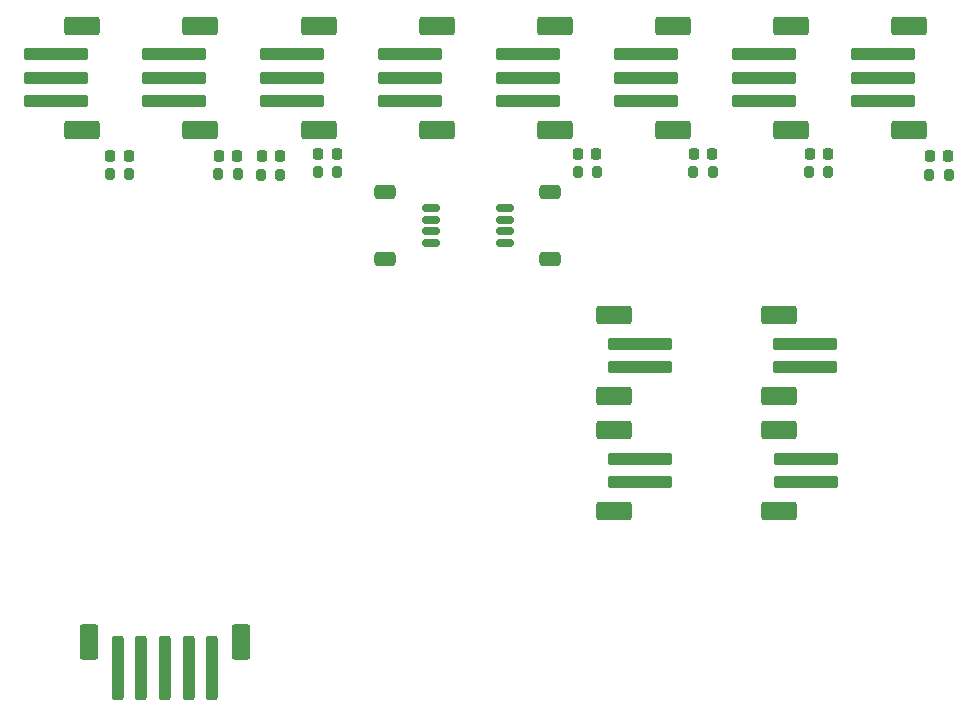
<source format=gbr>
%TF.GenerationSoftware,KiCad,Pcbnew,7.0.7-7.0.7~ubuntu20.04.1*%
%TF.CreationDate,2023-09-06T17:53:36-07:00*%
%TF.ProjectId,teensy-control-panel,7465656e-7379-42d6-936f-6e74726f6c2d,rev?*%
%TF.SameCoordinates,Original*%
%TF.FileFunction,Paste,Top*%
%TF.FilePolarity,Positive*%
%FSLAX46Y46*%
G04 Gerber Fmt 4.6, Leading zero omitted, Abs format (unit mm)*
G04 Created by KiCad (PCBNEW 7.0.7-7.0.7~ubuntu20.04.1) date 2023-09-06 17:53:36*
%MOMM*%
%LPD*%
G01*
G04 APERTURE LIST*
G04 Aperture macros list*
%AMRoundRect*
0 Rectangle with rounded corners*
0 $1 Rounding radius*
0 $2 $3 $4 $5 $6 $7 $8 $9 X,Y pos of 4 corners*
0 Add a 4 corners polygon primitive as box body*
4,1,4,$2,$3,$4,$5,$6,$7,$8,$9,$2,$3,0*
0 Add four circle primitives for the rounded corners*
1,1,$1+$1,$2,$3*
1,1,$1+$1,$4,$5*
1,1,$1+$1,$6,$7*
1,1,$1+$1,$8,$9*
0 Add four rect primitives between the rounded corners*
20,1,$1+$1,$2,$3,$4,$5,0*
20,1,$1+$1,$4,$5,$6,$7,0*
20,1,$1+$1,$6,$7,$8,$9,0*
20,1,$1+$1,$8,$9,$2,$3,0*%
G04 Aperture macros list end*
%ADD10RoundRect,0.250000X-0.550000X-1.250000X0.550000X-1.250000X0.550000X1.250000X-0.550000X1.250000X0*%
%ADD11RoundRect,0.250000X-0.250000X-2.500000X0.250000X-2.500000X0.250000X2.500000X-0.250000X2.500000X0*%
%ADD12RoundRect,0.250000X1.250000X-0.550000X1.250000X0.550000X-1.250000X0.550000X-1.250000X-0.550000X0*%
%ADD13RoundRect,0.250000X2.500000X-0.250000X2.500000X0.250000X-2.500000X0.250000X-2.500000X-0.250000X0*%
%ADD14RoundRect,0.250000X-1.250000X0.550000X-1.250000X-0.550000X1.250000X-0.550000X1.250000X0.550000X0*%
%ADD15RoundRect,0.250000X-2.500000X0.250000X-2.500000X-0.250000X2.500000X-0.250000X2.500000X0.250000X0*%
%ADD16RoundRect,0.200000X0.200000X0.275000X-0.200000X0.275000X-0.200000X-0.275000X0.200000X-0.275000X0*%
%ADD17RoundRect,0.225000X0.225000X0.250000X-0.225000X0.250000X-0.225000X-0.250000X0.225000X-0.250000X0*%
%ADD18RoundRect,0.250000X-0.650000X0.350000X-0.650000X-0.350000X0.650000X-0.350000X0.650000X0.350000X0*%
%ADD19RoundRect,0.150000X-0.625000X0.150000X-0.625000X-0.150000X0.625000X-0.150000X0.625000X0.150000X0*%
%ADD20RoundRect,0.150000X0.625000X-0.150000X0.625000X0.150000X-0.625000X0.150000X-0.625000X-0.150000X0*%
%ADD21RoundRect,0.250000X0.650000X-0.350000X0.650000X0.350000X-0.650000X0.350000X-0.650000X-0.350000X0*%
G04 APERTURE END LIST*
D10*
%TO.C,SW101*%
X56850000Y-111750000D03*
X69650000Y-111750000D03*
D11*
X67250000Y-114000000D03*
X65250000Y-114000000D03*
X63250000Y-114000000D03*
X61250000Y-114000000D03*
X59250000Y-114000000D03*
%TD*%
D12*
%TO.C,SW105*%
X101250000Y-90900000D03*
X101250000Y-84100000D03*
D13*
X103500000Y-86500000D03*
X103500000Y-88500000D03*
%TD*%
D12*
%TO.C,SW104*%
X115250000Y-100650000D03*
X115250000Y-93850000D03*
D13*
X117500000Y-96250000D03*
X117500000Y-98250000D03*
%TD*%
D12*
%TO.C,SW103*%
X101250000Y-100650000D03*
X101250000Y-93850000D03*
D13*
X103500000Y-96250000D03*
X103500000Y-98250000D03*
%TD*%
D12*
%TO.C,SW102*%
X115225000Y-90900000D03*
X115225000Y-84100000D03*
D13*
X117475000Y-86500000D03*
X117475000Y-88500000D03*
%TD*%
D14*
%TO.C,RV901*%
X86250000Y-68400000D03*
X86250000Y-59600000D03*
D15*
X84000000Y-66000000D03*
X84000000Y-64000000D03*
X84000000Y-62000000D03*
%TD*%
D14*
%TO.C,RV801*%
X76250000Y-68400000D03*
X76250000Y-59600000D03*
D15*
X74000000Y-66000000D03*
X74000000Y-64000000D03*
X74000000Y-62000000D03*
%TD*%
D14*
%TO.C,RV701*%
X96250000Y-68400000D03*
X96250000Y-59600000D03*
D15*
X94000000Y-66000000D03*
X94000000Y-64000000D03*
X94000000Y-62000000D03*
%TD*%
D14*
%TO.C,RV601*%
X106250000Y-68400000D03*
X106250000Y-59600000D03*
D15*
X104000000Y-66000000D03*
X104000000Y-64000000D03*
X104000000Y-62000000D03*
%TD*%
D14*
%TO.C,RV501*%
X56250000Y-68400000D03*
X56250000Y-59600000D03*
D15*
X54000000Y-66000000D03*
X54000000Y-64000000D03*
X54000000Y-62000000D03*
%TD*%
D14*
%TO.C,RV401*%
X66250000Y-68400000D03*
X66250000Y-59600000D03*
D15*
X64000000Y-66000000D03*
X64000000Y-64000000D03*
X64000000Y-62000000D03*
%TD*%
D14*
%TO.C,RV301*%
X116250000Y-68400000D03*
X116250000Y-59600000D03*
D15*
X114000000Y-66000000D03*
X114000000Y-64000000D03*
X114000000Y-62000000D03*
%TD*%
D14*
%TO.C,RV201*%
X126250000Y-68400000D03*
X126250000Y-59600000D03*
D15*
X124000000Y-66000000D03*
X124000000Y-64000000D03*
X124000000Y-62000000D03*
%TD*%
D16*
%TO.C,R201*%
X127975000Y-72200000D03*
X129625000Y-72200000D03*
%TD*%
%TO.C,R601*%
X107975000Y-72000000D03*
X109625000Y-72000000D03*
%TD*%
%TO.C,R901*%
X76175000Y-72000000D03*
X77825000Y-72000000D03*
%TD*%
%TO.C,R301*%
X117775000Y-72000000D03*
X119425000Y-72000000D03*
%TD*%
%TO.C,R701*%
X98175000Y-72000000D03*
X99825000Y-72000000D03*
%TD*%
%TO.C,R501*%
X58575000Y-72150000D03*
X60225000Y-72150000D03*
%TD*%
%TO.C,R801*%
X71375000Y-72200000D03*
X73025000Y-72200000D03*
%TD*%
%TO.C,R401*%
X67775000Y-72150000D03*
X69425000Y-72150000D03*
%TD*%
D17*
%TO.C,C901*%
X76225000Y-70450000D03*
X77775000Y-70450000D03*
%TD*%
%TO.C,C201*%
X128025000Y-70650000D03*
X129575000Y-70650000D03*
%TD*%
%TO.C,C401*%
X67825000Y-70600000D03*
X69375000Y-70600000D03*
%TD*%
%TO.C,C301*%
X117825000Y-70450000D03*
X119375000Y-70450000D03*
%TD*%
%TO.C,C801*%
X71425000Y-70650000D03*
X72975000Y-70650000D03*
%TD*%
%TO.C,C601*%
X108025000Y-70450000D03*
X109575000Y-70450000D03*
%TD*%
%TO.C,C501*%
X58625000Y-70600000D03*
X60175000Y-70600000D03*
%TD*%
%TO.C,C701*%
X98225000Y-70450000D03*
X99775000Y-70450000D03*
%TD*%
D18*
%TO.C,J101*%
X81875000Y-73700000D03*
X81875000Y-79300000D03*
D19*
X85750000Y-78000000D03*
X85750000Y-77000000D03*
X85750000Y-76000000D03*
X85750000Y-75000000D03*
%TD*%
D20*
%TO.C,J102*%
X92000000Y-78000000D03*
X92000000Y-77000000D03*
X92000000Y-76000000D03*
X92000000Y-75000000D03*
D21*
X95875000Y-73700000D03*
X95875000Y-79300000D03*
%TD*%
M02*

</source>
